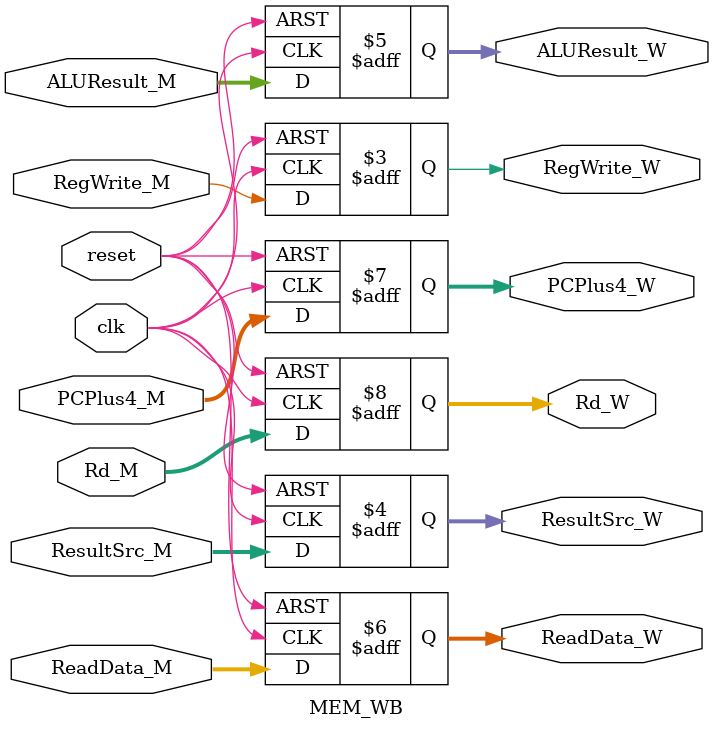
<source format=v>
module MEM_WB (
    input clk,
    input reset,
    input RegWrite_M,
    input [1:0] ResultSrc_M,
    input [31:0] ALUResult_M, ReadData_M, PCPlus4_M,
    input [31:0] Rd_M,   

    output reg RegWrite_W,
    output reg [1:0] ResultSrc_W,
    output reg [31:0] ALUResult_W, ReadData_W, PCPlus4_W,
    output reg [31:0] Rd_W
);
   always @(posedge clk or negedge reset) begin
        if (!reset) begin
            RegWrite_W <= 1'b0;
            ResultSrc_W <= 2'b00;
            ALUResult_W <= 32'b0;
            ReadData_W <= 32'b0;
            Rd_W <= 32'b0;
            PCPlus4_W <= 32'b0;
        end else begin
            RegWrite_W <= RegWrite_M;
            ResultSrc_W <= ResultSrc_M;
            ALUResult_W <= ALUResult_M;
            ReadData_W <= ReadData_M;
            Rd_W <= Rd_M;
            PCPlus4_W <= PCPlus4_M;
        end
    end
endmodule

</source>
